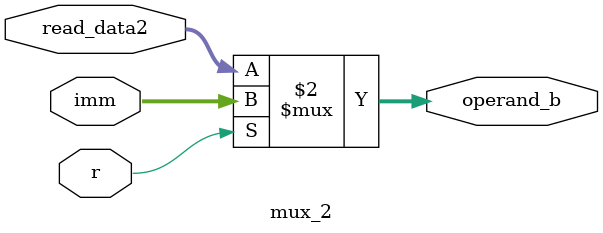
<source format=v>
`timescale 1ns / 1ps
module mux_2(
    input [31:0] imm,
    input [31:0] read_data2,
    input r,
    output reg [31:0] operand_b
    );

always@(imm & read_data2) begin
operand_b = r ? imm : read_data2;
end

endmodule

</source>
